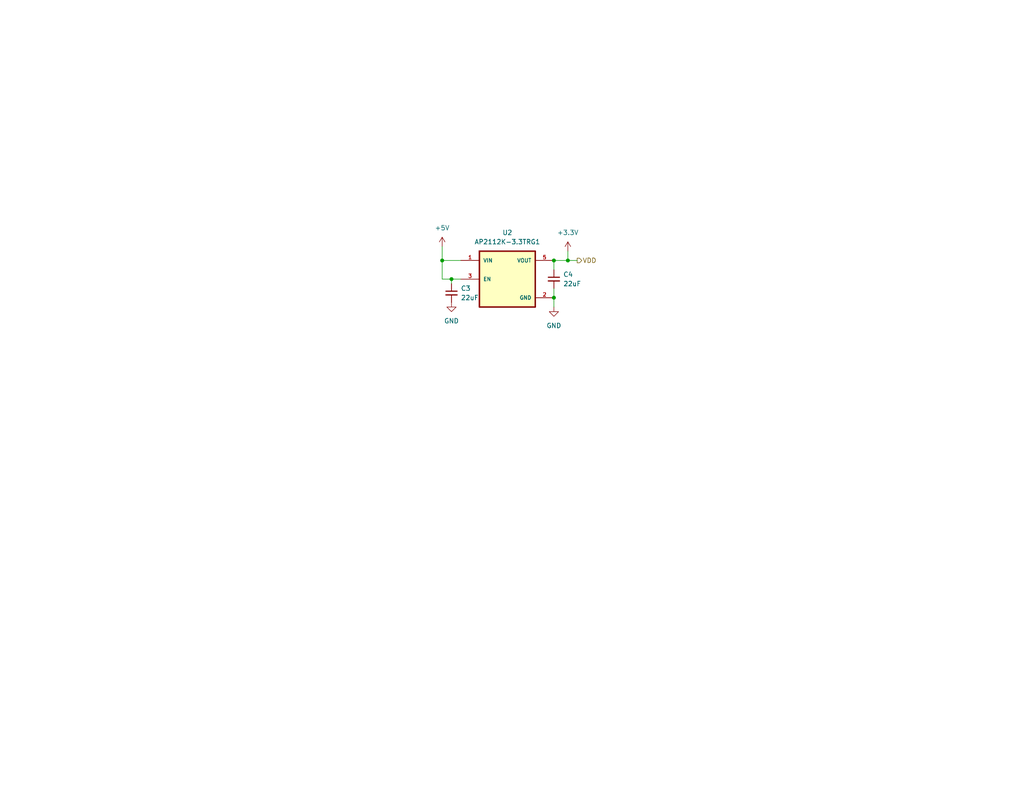
<source format=kicad_sch>
(kicad_sch (version 20230121) (generator eeschema)
  (paper "USLetter")
  (title_block (title "RGB LED Lights") (date "2024-01-11") (rev "B01") (comment 1 "Riya Gupta"))
  (lib_symbols
    (symbol "AP2112K-3.3TRG1:AP2112K-3.3TRG1" (pin_names (offset 1.016))
      (property "Reference" "U" (at -7.663 8.6476 0))
      (property "Value" "AP2112K-3.3TRG1" (at -7.6489 -11.6507 0))
      (symbol "AP2112K-3.3TRG1_0_0"
        (rectangle (start -7.62 -7.62) (end 7.62 7.62) (stroke (width 0.41)) (fill (type background)))
        (pin power_in line (at -12.7 5.08 0) (length 5.08) (name "VIN") (number "1"))
        (pin power_in line (at 12.7 -5.08 180) (length 5.08) (name "GND") (number "2"))
        (pin input line (at -12.7 0 0) (length 5.08) (name "EN") (number "3"))
        (pin power_in line (at 12.7 5.08 180) (length 5.08) (name "VOUT") (number "5"))
      )
    )
    (symbol "Device:C_Small" (pin_numbers hide) (pin_names (offset 0.254) hide)
      (property "Reference" "C" (at 0.254 1.778 0))
      (property "Value" "C_Small" (at 0.254 -2.032 0))
      (symbol "C_Small_0_1"
        (polyline (pts (xy -1.524 -0.508) (xy 1.524 -0.508)) (stroke (width 0.3302)))
        (polyline (pts (xy -1.524 0.508) (xy 1.524 0.508)) (stroke (width 0.3048)))
      )
      (symbol "C_Small_1_1"
        (pin passive line (at 0 2.54 270) (length 2.032) (name "~") (number "1"))
        (pin passive line (at 0 -2.54 90) (length 2.032) (name "~") (number "2"))
      )
    )
    (symbol "power:+3.3V" (power) (pin_names (offset 0))
      (property "Value" "+3.3V" (at 0 3.556 0))
      (symbol "+3.3V_0_1"
        (polyline (pts (xy -0.762 1.27) (xy 0 2.54)))
        (polyline (pts (xy 0 0) (xy 0 2.54)))
        (polyline (pts (xy 0 2.54) (xy 0.762 1.27)))
      )
      (symbol "+3.3V_1_1"
        (pin power_in line (at 0 0 90) (length 0) hide (name "+3.3V") (number "1"))
      )
    )
    (symbol "power:+5V" (power) (pin_names (offset 0))
      (property "Value" "+5V" (at 0 3.556 0))
      (symbol "+5V_0_1"
        (polyline (pts (xy -0.762 1.27) (xy 0 2.54)))
        (polyline (pts (xy 0 0) (xy 0 2.54)))
        (polyline (pts (xy 0 2.54) (xy 0.762 1.27)))
      )
      (symbol "+5V_1_1"
        (pin power_in line (at 0 0 90) (length 0) hide (name "+5V") (number "1"))
      )
    )
    (symbol "power:GND" (power) (pin_names (offset 0))
      (property "Value" "GND" (at 0 -3.81 0))
      (symbol "GND_0_1"
        (polyline (pts (xy 0 0) (xy 0 -1.27) (xy 1.27 -1.27) (xy 0 -2.54) (xy -1.27 -1.27) (xy 0 -1.27)))
      )
      (symbol "GND_1_1"
        (pin power_in line (at 0 0 270) (length 0) hide (name "GND") (number "1"))
      )
    )
  )
  (junction (at 151.13 81.28))
  (junction (at 154.94 71.12))
  (junction (at 123.19 76.2))
  (junction (at 120.65 71.12))
  (junction (at 151.13 71.12))
  (wire (pts (xy 123.19 76.2) (xy 120.65 76.2)))
  (wire (pts (xy 120.65 67.31) (xy 120.65 71.12)))
  (wire (pts (xy 154.94 71.12) (xy 157.48 71.12)))
  (wire (pts (xy 123.19 76.2) (xy 123.19 77.47)))
  (wire (pts (xy 125.73 76.2) (xy 123.19 76.2)))
  (wire (pts (xy 154.94 68.58) (xy 154.94 71.12)))
  (wire (pts (xy 125.73 71.12) (xy 120.65 71.12)))
  (wire (pts (xy 120.65 76.2) (xy 120.65 71.12)))
  (wire (pts (xy 151.13 78.74) (xy 151.13 81.28)))
  (wire (pts (xy 151.13 81.28) (xy 151.13 83.82)))
  (wire (pts (xy 151.13 71.12) (xy 154.94 71.12)))
  (wire (pts (xy 151.13 71.12) (xy 151.13 73.66)))
  (hierarchical_label "VDD" (shape output) (at 157.48 71.12 0))
  (symbol (lib_id "AP2112K-3.3TRG1:AP2112K-3.3TRG1") (at 138.43 76.2 0) (unit 1)
    (property "Reference" "U2" (at 138.43 63.5 0))
    (property "Value" "AP2112K-3.3TRG1" (at 138.43 66.04 0))
    (property "Footprint" "AP2112K_3_3TRG1 (3):SOT95P285X140-5N" (effects hide))
    (property "PARTREV" "2-2" (effects hide))
    (property "MANUFACTURER" "Diodes Inc." (effects hide))
  )
  (symbol (lib_id "power:+5V") (at 120.65 67.31 0) (unit 1)
    (property "Reference" "#PWR0121" (effects hide))
    (property "Value" "+5V" (at 120.65 62.23 0))
  )
  (symbol (lib_id "power:GND") (at 123.19 82.55 0) (unit 1)
    (property "Reference" "#PWR0120" (effects hide))
    (property "Value" "GND" (at 123.19 87.63 0))
  )
  (symbol (lib_id "power:+3.3V") (at 154.94 68.58 0) (unit 1)
    (property "Reference" "#PWR0118" (effects hide))
    (property "Value" "+3.3V" (at 154.94 63.5 0))
  )
  (symbol (lib_id "power:GND") (at 151.13 83.82 0) (unit 1)
    (property "Reference" "#PWR0119" (effects hide))
    (property "Value" "GND" (at 151.13 88.9 0))
  )
  (symbol (lib_id "Device:C_Small") (at 123.19 80.01 0) (unit 1)
    (property "Reference" "C3" (at 125.73 78.7462 0) (effects (justify left)))
    (property "Value" "22uF" (at 125.73 81.2862 0) (effects (justify left)))
    (property "Footprint" "Capacitor_SMD:C_0603_1608Metric" (effects hide))
  )
  (symbol (lib_id "Device:C_Small") (at 151.13 76.2 0) (unit 1)
    (property "Reference" "C4" (at 153.67 74.9362 0) (effects (justify left)))
    (property "Value" "22uF" (at 153.67 77.4762 0) (effects (justify left)))
    (property "Footprint" "Capacitor_SMD:C_0603_1608Metric" (effects hide))
  )
)
</source>
